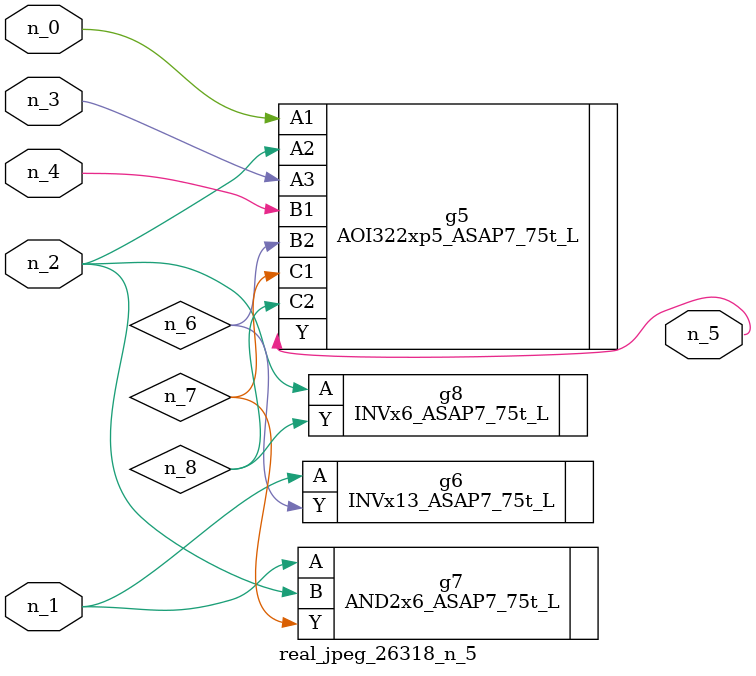
<source format=v>
module real_jpeg_26318_n_5 (n_4, n_0, n_1, n_2, n_3, n_5);

input n_4;
input n_0;
input n_1;
input n_2;
input n_3;

output n_5;

wire n_8;
wire n_6;
wire n_7;

AOI322xp5_ASAP7_75t_L g5 ( 
.A1(n_0),
.A2(n_2),
.A3(n_3),
.B1(n_4),
.B2(n_6),
.C1(n_7),
.C2(n_8),
.Y(n_5)
);

INVx13_ASAP7_75t_L g6 ( 
.A(n_1),
.Y(n_6)
);

AND2x6_ASAP7_75t_L g7 ( 
.A(n_1),
.B(n_2),
.Y(n_7)
);

INVx6_ASAP7_75t_L g8 ( 
.A(n_2),
.Y(n_8)
);


endmodule
</source>
